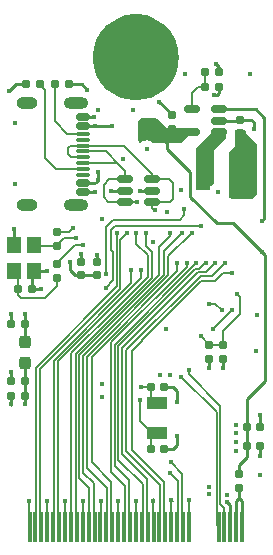
<source format=gbr>
%TF.GenerationSoftware,KiCad,Pcbnew,8.0.1*%
%TF.CreationDate,2024-04-18T13:31:19+02:00*%
%TF.ProjectId,ESP32S3_M.2_Board,45535033-3253-4335-9f4d-2e325f426f61,rev?*%
%TF.SameCoordinates,Original*%
%TF.FileFunction,Copper,L4,Bot*%
%TF.FilePolarity,Positive*%
%FSLAX46Y46*%
G04 Gerber Fmt 4.6, Leading zero omitted, Abs format (unit mm)*
G04 Created by KiCad (PCBNEW 8.0.1) date 2024-04-18 13:31:19*
%MOMM*%
%LPD*%
G01*
G04 APERTURE LIST*
G04 Aperture macros list*
%AMRoundRect*
0 Rectangle with rounded corners*
0 $1 Rounding radius*
0 $2 $3 $4 $5 $6 $7 $8 $9 X,Y pos of 4 corners*
0 Add a 4 corners polygon primitive as box body*
4,1,4,$2,$3,$4,$5,$6,$7,$8,$9,$2,$3,0*
0 Add four circle primitives for the rounded corners*
1,1,$1+$1,$2,$3*
1,1,$1+$1,$4,$5*
1,1,$1+$1,$6,$7*
1,1,$1+$1,$8,$9*
0 Add four rect primitives between the rounded corners*
20,1,$1+$1,$2,$3,$4,$5,0*
20,1,$1+$1,$4,$5,$6,$7,0*
20,1,$1+$1,$6,$7,$8,$9,0*
20,1,$1+$1,$8,$9,$2,$3,0*%
G04 Aperture macros list end*
%TA.AperFunction,EtchedComponent*%
%ADD10C,1.250000*%
%TD*%
%TA.AperFunction,EtchedComponent*%
%ADD11C,0.000000*%
%TD*%
%TA.AperFunction,ComponentPad*%
%ADD12C,5.500000*%
%TD*%
%TA.AperFunction,SMDPad,CuDef*%
%ADD13R,0.350000X2.500000*%
%TD*%
%TA.AperFunction,SMDPad,CuDef*%
%ADD14RoundRect,0.150000X0.512500X0.150000X-0.512500X0.150000X-0.512500X-0.150000X0.512500X-0.150000X0*%
%TD*%
%TA.AperFunction,SMDPad,CuDef*%
%ADD15R,1.800000X1.000000*%
%TD*%
%TA.AperFunction,SMDPad,CuDef*%
%ADD16RoundRect,0.160000X-0.197500X-0.160000X0.197500X-0.160000X0.197500X0.160000X-0.197500X0.160000X0*%
%TD*%
%TA.AperFunction,SMDPad,CuDef*%
%ADD17RoundRect,0.155000X0.212500X0.155000X-0.212500X0.155000X-0.212500X-0.155000X0.212500X-0.155000X0*%
%TD*%
%TA.AperFunction,SMDPad,CuDef*%
%ADD18RoundRect,0.155000X-0.155000X0.212500X-0.155000X-0.212500X0.155000X-0.212500X0.155000X0.212500X0*%
%TD*%
%TA.AperFunction,SMDPad,CuDef*%
%ADD19RoundRect,0.237500X-0.237500X0.287500X-0.237500X-0.287500X0.237500X-0.287500X0.237500X0.287500X0*%
%TD*%
%TA.AperFunction,SMDPad,CuDef*%
%ADD20RoundRect,0.155000X-0.212500X-0.155000X0.212500X-0.155000X0.212500X0.155000X-0.212500X0.155000X0*%
%TD*%
%TA.AperFunction,SMDPad,CuDef*%
%ADD21R,1.200000X1.400000*%
%TD*%
%TA.AperFunction,SMDPad,CuDef*%
%ADD22RoundRect,0.155000X0.155000X-0.212500X0.155000X0.212500X-0.155000X0.212500X-0.155000X-0.212500X0*%
%TD*%
%TA.AperFunction,SMDPad,CuDef*%
%ADD23RoundRect,0.160000X0.197500X0.160000X-0.197500X0.160000X-0.197500X-0.160000X0.197500X-0.160000X0*%
%TD*%
%TA.AperFunction,SMDPad,CuDef*%
%ADD24RoundRect,0.160000X-0.160000X0.197500X-0.160000X-0.197500X0.160000X-0.197500X0.160000X0.197500X0*%
%TD*%
%TA.AperFunction,SMDPad,CuDef*%
%ADD25R,1.200000X3.300000*%
%TD*%
%TA.AperFunction,SMDPad,CuDef*%
%ADD26RoundRect,0.160000X0.160000X-0.197500X0.160000X0.197500X-0.160000X0.197500X-0.160000X-0.197500X0*%
%TD*%
%TA.AperFunction,SMDPad,CuDef*%
%ADD27RoundRect,0.150000X0.425000X-0.150000X0.425000X0.150000X-0.425000X0.150000X-0.425000X-0.150000X0*%
%TD*%
%TA.AperFunction,SMDPad,CuDef*%
%ADD28RoundRect,0.075000X0.500000X-0.075000X0.500000X0.075000X-0.500000X0.075000X-0.500000X-0.075000X0*%
%TD*%
%TA.AperFunction,ComponentPad*%
%ADD29O,1.800000X1.000000*%
%TD*%
%TA.AperFunction,ComponentPad*%
%ADD30O,2.100000X1.000000*%
%TD*%
%TA.AperFunction,ViaPad*%
%ADD31C,0.450000*%
%TD*%
%TA.AperFunction,Conductor*%
%ADD32C,0.250000*%
%TD*%
%TA.AperFunction,Conductor*%
%ADD33C,0.150000*%
%TD*%
%TA.AperFunction,Conductor*%
%ADD34C,0.200000*%
%TD*%
G04 APERTURE END LIST*
D10*
%TO.C,J2*%
X231900000Y-92100000D02*
G75*
G02*
X225900000Y-92100000I-3000000J0D01*
G01*
X225900000Y-92100000D02*
G75*
G02*
X231900000Y-92100000I3000000J0D01*
G01*
D11*
%TA.AperFunction,EtchedComponent*%
G36*
X231450000Y-94650000D02*
G01*
X226350000Y-94650000D01*
X226350000Y-89550000D01*
X231450000Y-89550000D01*
X231450000Y-94650000D01*
G37*
%TD.AperFunction*%
%TD*%
D12*
%TO.P,J2,MOUNTING-HOLE,MP1*%
%TO.N,unconnected-(J2-MP1-PadMOUNTING-HOLE)*%
X228900000Y-91100000D03*
D13*
%TO.P,J2,P$2,2*%
%TO.N,Net-(J2-2)*%
X237900000Y-131850000D03*
%TO.P,J2,P$4,4*%
X237400000Y-131850000D03*
%TO.P,J2,P$6,6*%
%TO.N,Earth*%
X236900000Y-131850000D03*
%TO.P,J2,P$8,8*%
%TO.N,/SPICS1*%
X236400000Y-131850000D03*
%TO.P,J2,P$10,10*%
%TO.N,/GPIO21*%
X235900000Y-131850000D03*
%TO.P,J2,P$20,20*%
%TO.N,Earth*%
X233400000Y-131850000D03*
%TO.P,J2,P$22,22*%
%TO.N,/GPIO18*%
X232900000Y-131850000D03*
%TO.P,J2,P$24,24*%
%TO.N,/GPIO17*%
X232400000Y-131850000D03*
%TO.P,J2,P$26,26*%
%TO.N,Earth*%
X231900000Y-131850000D03*
%TO.P,J2,P$28,28*%
%TO.N,/SPICLK_N*%
X231400000Y-131850000D03*
%TO.P,J2,P$30,30*%
%TO.N,/SPICLK_P*%
X230900000Y-131850000D03*
%TO.P,J2,P$32,32*%
%TO.N,Earth*%
X230400000Y-131850000D03*
%TO.P,J2,P$34,34*%
%TO.N,/GPIO33*%
X229900000Y-131850000D03*
%TO.P,J2,P$36,36*%
%TO.N,/GPIO34*%
X229400000Y-131850000D03*
%TO.P,J2,P$38,38*%
%TO.N,Earth*%
X228900000Y-131850000D03*
%TO.P,J2,P$40,40*%
%TO.N,/GPIO35*%
X228400000Y-131850000D03*
%TO.P,J2,P$42,42*%
%TO.N,/GPIO36*%
X227900000Y-131850000D03*
%TO.P,J2,P$44,44*%
%TO.N,Earth*%
X227400000Y-131850000D03*
%TO.P,J2,P$46,46*%
%TO.N,/GPIO37*%
X226900000Y-131850000D03*
%TO.P,J2,P$48,48*%
%TO.N,/GPIO38*%
X226400000Y-131850000D03*
%TO.P,J2,P$50,50*%
%TO.N,Earth*%
X225900000Y-131850000D03*
%TO.P,J2,P$52,52*%
%TO.N,/MTCK*%
X225400000Y-131850000D03*
%TO.P,J2,P$54,54*%
%TO.N,/MTDO*%
X224900000Y-131850000D03*
%TO.P,J2,P$56,56*%
%TO.N,Earth*%
X224400000Y-131850000D03*
%TO.P,J2,P$58,58*%
%TO.N,/MTDI*%
X223900000Y-131850000D03*
%TO.P,J2,P$60,60*%
%TO.N,/MTMS*%
X223400000Y-131850000D03*
%TO.P,J2,P$62,62*%
%TO.N,Earth*%
X222900000Y-131850000D03*
%TO.P,J2,P$64,64*%
%TO.N,/U0TXD*%
X222400000Y-131850000D03*
%TO.P,J2,P$66,66*%
%TO.N,/U0RXD*%
X221900000Y-131850000D03*
%TO.P,J2,P$68,68*%
%TO.N,Earth*%
X221400000Y-131850000D03*
%TO.P,J2,P$70,70*%
%TO.N,/GPIO45*%
X220900000Y-131850000D03*
%TO.P,J2,P$72,72*%
%TO.N,/GPIO46*%
X220400000Y-131850000D03*
%TO.P,J2,P$74,74*%
%TO.N,Earth*%
X219900000Y-131850000D03*
%TD*%
D14*
%TO.P,U1,1,EN*%
%TO.N,Net-(U1-EN)*%
X235937500Y-96487500D03*
%TO.P,U1,2,GND*%
%TO.N,Earth*%
X235937500Y-97437500D03*
%TO.P,U1,3,SW*%
%TO.N,Net-(U1-SW)*%
X235937500Y-98387500D03*
%TO.P,U1,4,VIN*%
%TO.N,VBUS*%
X233662500Y-98387500D03*
%TO.P,U1,5,FB*%
%TO.N,Net-(U1-FB)*%
X233662500Y-96487500D03*
%TD*%
D15*
%TO.P,Y2,1,1*%
%TO.N,/OSC32_IN*%
X230665000Y-123860000D03*
%TO.P,Y2,2,2*%
%TO.N,/OSC32_OUT*%
X230665000Y-121360000D03*
%TD*%
D16*
%TO.P,R6,1*%
%TO.N,Net-(U1-FB)*%
X234752500Y-94600000D03*
%TO.P,R6,2*%
%TO.N,Earth*%
X235947500Y-94600000D03*
%TD*%
D17*
%TO.P,C2,1*%
%TO.N,+3V3*%
X219500000Y-119475000D03*
%TO.P,C2,2*%
%TO.N,Earth*%
X218365000Y-119475000D03*
%TD*%
D18*
%TO.P,C22,1*%
%TO.N,VDD_SPI*%
X236275000Y-116457500D03*
%TO.P,C22,2*%
%TO.N,Earth*%
X236275000Y-117592500D03*
%TD*%
D19*
%TO.P,L1,1,1*%
%TO.N,+3V3_RF*%
X219500000Y-116200000D03*
%TO.P,L1,2,2*%
%TO.N,+3V3*%
X219500000Y-117950000D03*
%TD*%
D18*
%TO.P,C12,1*%
%TO.N,+3V3*%
X225600000Y-109415000D03*
%TO.P,C12,2*%
%TO.N,Earth*%
X225600000Y-110550000D03*
%TD*%
D20*
%TO.P,C20,1*%
%TO.N,VBUS*%
X238290000Y-123375000D03*
%TO.P,C20,2*%
%TO.N,Earth*%
X239425000Y-123375000D03*
%TD*%
D21*
%TO.P,Y1,1,1*%
%TO.N,Net-(C6-Pad1)*%
X218600000Y-110150000D03*
%TO.P,Y1,2,2*%
%TO.N,Earth*%
X218600000Y-107950000D03*
%TO.P,Y1,3,3*%
%TO.N,/OSC_OUT*%
X220300000Y-107950000D03*
%TO.P,Y1,4,4*%
%TO.N,Earth*%
X220300000Y-110150000D03*
%TD*%
D22*
%TO.P,C5,1*%
%TO.N,+3V3*%
X237750000Y-98492500D03*
%TO.P,C5,2*%
%TO.N,Earth*%
X237750000Y-97357500D03*
%TD*%
%TO.P,C7,1*%
%TO.N,/OSC_OUT*%
X222250000Y-108017500D03*
%TO.P,C7,2*%
%TO.N,Earth*%
X222250000Y-106882500D03*
%TD*%
%TO.P,C4,1*%
%TO.N,VBUS*%
X231950000Y-98117500D03*
%TO.P,C4,2*%
%TO.N,Earth*%
X231950000Y-96982500D03*
%TD*%
D23*
%TO.P,R8,1*%
%TO.N,/USB_CC1*%
X220772500Y-94375000D03*
%TO.P,R8,2*%
%TO.N,Earth*%
X219577500Y-94375000D03*
%TD*%
%TO.P,R4,1*%
%TO.N,+3V3*%
X235947500Y-93350000D03*
%TO.P,R4,2*%
%TO.N,Net-(U1-FB)*%
X234752500Y-93350000D03*
%TD*%
D14*
%TO.P,U2,1,I/O1*%
%TO.N,/USB_D+*%
X230284195Y-102418514D03*
%TO.P,U2,2,GND*%
%TO.N,Earth*%
X230284195Y-103368514D03*
%TO.P,U2,3,I/O2*%
%TO.N,/USB_D+*%
X230284195Y-104318514D03*
%TO.P,U2,4,I/O2*%
%TO.N,/USB_D-*%
X228009195Y-104318514D03*
%TO.P,U2,5,VBUS*%
%TO.N,VBUS*%
X228009195Y-103368514D03*
%TO.P,U2,6,I/O1*%
%TO.N,/USB_D-*%
X228009195Y-102418514D03*
%TD*%
D20*
%TO.P,C19,1*%
%TO.N,VBUS*%
X238282500Y-124975000D03*
%TO.P,C19,2*%
%TO.N,Earth*%
X239417500Y-124975000D03*
%TD*%
D17*
%TO.P,C3,1*%
%TO.N,+3V3*%
X219500000Y-120750000D03*
%TO.P,C3,2*%
%TO.N,Earth*%
X218365000Y-120750000D03*
%TD*%
D24*
%TO.P,R5,1*%
%TO.N,/OSC_IN*%
X222243071Y-109583871D03*
%TO.P,R5,2*%
%TO.N,Net-(C6-Pad1)*%
X222243071Y-110778871D03*
%TD*%
D16*
%TO.P,R7,1*%
%TO.N,/USB_CC2*%
X222027500Y-94375000D03*
%TO.P,R7,2*%
%TO.N,Earth*%
X223222500Y-94375000D03*
%TD*%
D17*
%TO.P,C1,1*%
%TO.N,+3V3_RF*%
X219492500Y-114700000D03*
%TO.P,C1,2*%
%TO.N,Earth*%
X218357500Y-114700000D03*
%TD*%
D20*
%TO.P,C6,1*%
%TO.N,Net-(C6-Pad1)*%
X218953210Y-111701651D03*
%TO.P,C6,2*%
%TO.N,Earth*%
X220088210Y-111701651D03*
%TD*%
D25*
%TO.P,L2,1,1*%
%TO.N,Net-(U1-SW)*%
X234600000Y-101737500D03*
%TO.P,L2,2,2*%
%TO.N,+3V3*%
X237700000Y-101737500D03*
%TD*%
D20*
%TO.P,C8,1*%
%TO.N,/OSC32_IN*%
X230152500Y-125257500D03*
%TO.P,C8,2*%
%TO.N,Earth*%
X231287500Y-125257500D03*
%TD*%
D26*
%TO.P,R11,1*%
%TO.N,Net-(J2-2)*%
X237650000Y-128572500D03*
%TO.P,R11,2*%
%TO.N,VBUS*%
X237650000Y-127377500D03*
%TD*%
D27*
%TO.P,J1,A1,GND*%
%TO.N,Earth*%
X224440000Y-103500000D03*
%TO.P,J1,A4,VBUS*%
%TO.N,VBUS*%
X224440000Y-102700000D03*
D28*
%TO.P,J1,A5,CC1*%
%TO.N,/USB_CC1*%
X224440000Y-101550000D03*
%TO.P,J1,A6,D+*%
%TO.N,/USB_D+*%
X224440000Y-100550000D03*
%TO.P,J1,A7,D-*%
%TO.N,/USB_D-*%
X224440000Y-100050000D03*
%TO.P,J1,A8,SBU1*%
%TO.N,unconnected-(J1-SBU1-PadA8)*%
X224440000Y-99050000D03*
D27*
%TO.P,J1,A9,VBUS*%
%TO.N,VBUS*%
X224440000Y-97900000D03*
%TO.P,J1,A12,GND*%
%TO.N,Earth*%
X224440000Y-97100000D03*
%TO.P,J1,B1,GND*%
X224440000Y-97100000D03*
%TO.P,J1,B4,VBUS*%
%TO.N,VBUS*%
X224440000Y-97900000D03*
D28*
%TO.P,J1,B5,CC2*%
%TO.N,/USB_CC2*%
X224440000Y-98550000D03*
%TO.P,J1,B6,D+*%
%TO.N,/USB_D+*%
X224440000Y-99550000D03*
%TO.P,J1,B7,D-*%
%TO.N,/USB_D-*%
X224440000Y-101050000D03*
%TO.P,J1,B8,SBU2*%
%TO.N,unconnected-(J1-SBU2-PadB8)*%
X224440000Y-102050000D03*
D27*
%TO.P,J1,B9,VBUS*%
%TO.N,VBUS*%
X224440000Y-102700000D03*
%TO.P,J1,B12,GND*%
%TO.N,Earth*%
X224440000Y-103500000D03*
D29*
%TO.P,J1,S1,SHIELD*%
X219685000Y-104620000D03*
D30*
X223865000Y-104620000D03*
D29*
X219685000Y-95980000D03*
D30*
X223865000Y-95980000D03*
%TD*%
D18*
%TO.P,C13,1*%
%TO.N,+3V3*%
X224225000Y-109415000D03*
%TO.P,C13,2*%
%TO.N,Earth*%
X224225000Y-110550000D03*
%TD*%
%TO.P,C21,1*%
%TO.N,VDD_SPI*%
X235125000Y-116457500D03*
%TO.P,C21,2*%
%TO.N,Earth*%
X235125000Y-117592500D03*
%TD*%
D20*
%TO.P,C9,1*%
%TO.N,/OSC32_OUT*%
X230152500Y-119982500D03*
%TO.P,C9,2*%
%TO.N,Earth*%
X231287500Y-119982500D03*
%TD*%
D31*
%TO.N,VBUS*%
X230325000Y-98850000D03*
X230325000Y-97595997D03*
X225700000Y-101750000D03*
X225700000Y-102475000D03*
X230900000Y-98529003D03*
X226825000Y-103375000D03*
X239575000Y-108575000D03*
X226875000Y-97900000D03*
X230900000Y-97925000D03*
X230325000Y-98200000D03*
X229725000Y-98500000D03*
X225425000Y-97900000D03*
X229725000Y-97925000D03*
%TO.N,Earth*%
X222880000Y-129650000D03*
X235525000Y-95275000D03*
X239150000Y-113900000D03*
X218700000Y-97650000D03*
X224390000Y-129635000D03*
X232425000Y-124125000D03*
X230875000Y-95825000D03*
X218548439Y-106630888D03*
X218365000Y-121475000D03*
X231500000Y-105175000D03*
X238575000Y-93500000D03*
X218365000Y-118690000D03*
X225375000Y-97100000D03*
X227850000Y-100700000D03*
X236275000Y-118400000D03*
X232750000Y-103275000D03*
X239425000Y-122400000D03*
X218700000Y-102825000D03*
X233390000Y-129582500D03*
X219880000Y-129677500D03*
X236650000Y-129725000D03*
X225915000Y-129632500D03*
X239425000Y-125800000D03*
X231450000Y-115075000D03*
X228880000Y-129625000D03*
X220899569Y-111701651D03*
X218350000Y-113825000D03*
X223575000Y-106550000D03*
X238900000Y-98175000D03*
X235100000Y-129050000D03*
X229225000Y-103375000D03*
X224775000Y-94825000D03*
X233025000Y-93525000D03*
X218175000Y-94975000D03*
X226000000Y-120850000D03*
X231880000Y-129597500D03*
X221400000Y-110150000D03*
X235125000Y-118400000D03*
X225700000Y-96550000D03*
X236650000Y-129120997D03*
X239075000Y-116950000D03*
X232400000Y-121225000D03*
X221390000Y-129677500D03*
X230390000Y-129625000D03*
X239425000Y-127425000D03*
X223300000Y-109375000D03*
X225450000Y-103525000D03*
X227390000Y-129625000D03*
X235100000Y-128445997D03*
%TO.N,+3V3*%
X238875000Y-103150000D03*
X226000000Y-105750000D03*
X225600000Y-108800000D03*
X224225000Y-108750000D03*
X237375000Y-123200000D03*
X238650000Y-103725000D03*
X235825000Y-103450000D03*
X238750000Y-100425000D03*
X226025000Y-119700000D03*
X237375000Y-123925000D03*
X235700000Y-92675000D03*
X237375000Y-125375000D03*
X238750000Y-99775000D03*
X219500000Y-121475000D03*
X228625000Y-96550000D03*
X230340000Y-107735000D03*
X237375000Y-124650000D03*
X238275000Y-99350000D03*
%TO.N,/OSC_IN*%
X224425000Y-107975000D03*
%TO.N,/OSC_OUT*%
X223825000Y-107350000D03*
%TO.N,/OSC32_IN*%
X229225000Y-121125000D03*
%TO.N,/OSC32_OUT*%
X229365000Y-119960000D03*
%TO.N,VDD_SPI*%
X237465000Y-112110000D03*
X234375000Y-115650000D03*
%TO.N,/USB_D+*%
X230525000Y-105050000D03*
X231825000Y-119012800D03*
%TO.N,/USB_D-*%
X229025000Y-104300000D03*
X230987200Y-119012800D03*
%TO.N,/FLASH_QSPI_nH*%
X237077500Y-113447500D03*
X235440000Y-115085000D03*
%TO.N,/FLASH_QSPI_DO*%
X235065000Y-112935000D03*
X236165000Y-113510000D03*
%TO.N,+3V3_RF*%
X219500000Y-113825000D03*
%TO.N,/CHIP_PU*%
X233000000Y-104925000D03*
X226375000Y-110450000D03*
%TO.N,/CHIP_BOOT*%
X226350000Y-111575000D03*
X234400000Y-106400000D03*
%TO.N,/GPIO33*%
X235640000Y-109460000D03*
%TO.N,/GPIO18*%
X231840000Y-126385000D03*
%TO.N,/GPIO35*%
X234015000Y-109460000D03*
%TO.N,/GPIO21*%
X232737500Y-119112500D03*
%TO.N,/SPICLK_P*%
X236465000Y-109460000D03*
%TO.N,/MTCK*%
X232825000Y-106950000D03*
%TO.N,/GPIO37*%
X232390000Y-109460000D03*
%TO.N,/GPIO17*%
X231827500Y-127297500D03*
%TO.N,/MTDO*%
X231800000Y-106950000D03*
%TO.N,/GPIO34*%
X234815000Y-109460000D03*
%TO.N,/U0RXD*%
X228515000Y-110060000D03*
%TO.N,/U0TXD*%
X229340000Y-110060000D03*
%TO.N,/SPICS1*%
X233375000Y-118550000D03*
%TO.N,/MTDI*%
X229740000Y-106960000D03*
%TO.N,/GPIO36*%
X233215000Y-109460000D03*
%TO.N,/GPIO46*%
X229825000Y-99850000D03*
X227315000Y-106960000D03*
%TO.N,/SPICLK_N*%
X237015000Y-110310000D03*
%TO.N,/MTMS*%
X228940000Y-106960000D03*
%TO.N,/GPIO38*%
X233625000Y-106950000D03*
%TO.N,/GPIO45*%
X228140000Y-106960000D03*
%TO.N,Net-(U1-EN)*%
X239575000Y-105900000D03*
%TD*%
D32*
%TO.N,VBUS*%
X237650000Y-126575000D02*
X237650000Y-127402500D01*
X238290000Y-123375000D02*
X238290000Y-124967500D01*
X226875000Y-97900000D02*
X225425000Y-97900000D01*
X238290000Y-123375000D02*
X238290000Y-121035000D01*
X238290000Y-121035000D02*
X239850000Y-119475000D01*
X239850000Y-108850000D02*
X237150000Y-106150000D01*
X225700000Y-102475000D02*
X225700000Y-101750000D01*
X224440000Y-97900000D02*
X225523455Y-97900000D01*
X233525000Y-101800000D02*
X231550000Y-99825000D01*
X225700000Y-102475000D02*
X225500000Y-102675000D01*
X239850000Y-119475000D02*
X239850000Y-108850000D01*
X231950000Y-98117500D02*
X232132500Y-98300000D01*
X238282500Y-125942500D02*
X237650000Y-126575000D01*
X225523455Y-97900000D02*
X225541872Y-97881583D01*
X233575000Y-98300000D02*
X233662500Y-98387500D01*
X235775000Y-106150000D02*
X233525000Y-103900000D01*
X225475000Y-102700000D02*
X224440000Y-102700000D01*
X238282500Y-124975000D02*
X238282500Y-125942500D01*
X238290000Y-124967500D02*
X238282500Y-124975000D01*
X228002709Y-103375000D02*
X226825000Y-103375000D01*
X231550000Y-99825000D02*
X231550000Y-99125000D01*
X238290000Y-123375000D02*
X238290000Y-124505000D01*
X237150000Y-106150000D02*
X235775000Y-106150000D01*
X228009195Y-103368514D02*
X228002709Y-103375000D01*
X233525000Y-103900000D02*
X233525000Y-101800000D01*
D33*
%TO.N,Earth*%
X230390000Y-129550000D02*
X230390000Y-131735000D01*
X230390000Y-129500000D02*
X230405000Y-129515000D01*
X231880000Y-129510000D02*
X231880000Y-131695000D01*
X224390000Y-129635000D02*
X224452500Y-129635000D01*
X233390000Y-129610000D02*
X233515000Y-129610000D01*
D32*
X235800000Y-95275000D02*
X235947500Y-95127500D01*
D33*
X227390000Y-129625000D02*
X227390000Y-131810000D01*
X231880000Y-129625000D02*
X232005000Y-129625000D01*
X220104073Y-111685787D02*
X220088210Y-111701651D01*
D32*
X232425000Y-124125000D02*
X232425000Y-124900000D01*
X230284195Y-103368514D02*
X229231486Y-103368514D01*
X224440000Y-103500000D02*
X225425000Y-103500000D01*
D33*
X222880000Y-129677500D02*
X223005000Y-129677500D01*
D32*
X232425000Y-124900000D02*
X232067500Y-125257500D01*
X219577500Y-94375000D02*
X218775000Y-94375000D01*
D33*
X222880000Y-129650000D02*
X222942500Y-129650000D01*
D32*
X223300000Y-110125000D02*
X223725000Y-110550000D01*
X230284195Y-103368514D02*
X230293514Y-103368514D01*
X232067500Y-125257500D02*
X231287500Y-125257500D01*
X225600000Y-110550000D02*
X224225000Y-110550000D01*
X231950000Y-96900000D02*
X231950000Y-96982500D01*
X239417500Y-125792500D02*
X239425000Y-125800000D01*
X239425000Y-123375000D02*
X239425000Y-122400000D01*
X229231486Y-103368514D02*
X229225000Y-103375000D01*
X230875000Y-95825000D02*
X231950000Y-96900000D01*
X235947500Y-95127500D02*
X235947500Y-94600000D01*
D33*
X221390000Y-129552500D02*
X221405000Y-129567500D01*
D32*
X223222500Y-94375000D02*
X224325000Y-94375000D01*
D33*
X225915000Y-129660000D02*
X226040000Y-129660000D01*
D32*
X218357500Y-114700000D02*
X218357500Y-113907500D01*
X218548439Y-107827513D02*
X218548439Y-106630888D01*
X238900000Y-97600000D02*
X238900000Y-98175000D01*
X235125000Y-117592500D02*
X235025000Y-117692500D01*
D33*
X219880000Y-129637500D02*
X219880000Y-131822500D01*
X233390000Y-129495000D02*
X233390000Y-131680000D01*
X224390000Y-129662500D02*
X224515000Y-129662500D01*
D32*
X239417500Y-124975000D02*
X239417500Y-125792500D01*
X218365000Y-121550000D02*
X218365000Y-120785000D01*
X218365000Y-118690000D02*
X218365000Y-119475000D01*
D33*
X223575000Y-106550000D02*
X223242500Y-106882500D01*
X223242500Y-106882500D02*
X222250000Y-106882500D01*
D32*
X236275000Y-117592500D02*
X236175000Y-117692500D01*
X237670000Y-97437500D02*
X237750000Y-97357500D01*
X220104073Y-110345926D02*
X220104073Y-111685787D01*
D33*
X228880000Y-129585000D02*
X228880000Y-131770000D01*
D32*
X224440000Y-97100000D02*
X225375000Y-97100000D01*
D33*
X224390000Y-129547500D02*
X224390000Y-131732500D01*
D32*
X218775000Y-94375000D02*
X218175000Y-94975000D01*
X236275000Y-118400000D02*
X236275000Y-117592500D01*
X235525000Y-95275000D02*
X235800000Y-95275000D01*
X235937500Y-97437500D02*
X237670000Y-97437500D01*
X224325000Y-94375000D02*
X224775000Y-94825000D01*
X223725000Y-110550000D02*
X224225000Y-110550000D01*
D33*
X233390000Y-129582500D02*
X233452500Y-129582500D01*
X231880000Y-129597500D02*
X231942500Y-129597500D01*
X221390000Y-129602500D02*
X221390000Y-131787500D01*
D32*
X231287500Y-119982500D02*
X232082500Y-119982500D01*
D33*
X222880000Y-129562500D02*
X222880000Y-131747500D01*
D32*
X238657500Y-97357500D02*
X238900000Y-97600000D01*
X236900000Y-131850000D02*
X236900000Y-129975000D01*
X220088210Y-111701651D02*
X220899569Y-111701651D01*
D33*
X225915000Y-129632500D02*
X225977500Y-129632500D01*
X225915000Y-129545000D02*
X225915000Y-131730000D01*
D32*
X237750000Y-97357500D02*
X238657500Y-97357500D01*
X232082500Y-119982500D02*
X232400000Y-120300000D01*
X218357500Y-113907500D02*
X218350000Y-113900000D01*
X236900000Y-129975000D02*
X236650000Y-129725000D01*
D33*
X220299999Y-110150000D02*
X220104073Y-110345926D01*
D32*
X223300000Y-109375000D02*
X223300000Y-110125000D01*
X232400000Y-120300000D02*
X232400000Y-121225000D01*
X225425000Y-103500000D02*
X225450000Y-103525000D01*
X235125000Y-117692500D02*
X235125000Y-118400000D01*
X221400000Y-110150000D02*
X220299999Y-110150000D01*
%TO.N,+3V3*%
X219500000Y-119462500D02*
X219500000Y-120737500D01*
X219500000Y-120750000D02*
X219500000Y-121475000D01*
X219500000Y-117937500D02*
X219500000Y-119462500D01*
X225600000Y-109415000D02*
X225600000Y-108800000D01*
X224225000Y-108750000D02*
X224225000Y-109415000D01*
X235700000Y-92675000D02*
X235947500Y-92922500D01*
X235947500Y-92922500D02*
X235947500Y-93350000D01*
D33*
%TO.N,/OSC_IN*%
X222243071Y-109583872D02*
X222243071Y-109531929D01*
X222243071Y-109531929D02*
X223775000Y-108000000D01*
X223775000Y-108000000D02*
X223775000Y-107975000D01*
X224425000Y-107975000D02*
X223775000Y-107975000D01*
%TO.N,/OSC_OUT*%
X220392372Y-108042373D02*
X222225127Y-108042373D01*
X223825000Y-107350000D02*
X222850000Y-107350000D01*
X220299999Y-107950000D02*
X220392372Y-108042373D01*
X222225127Y-108042373D02*
X222250000Y-108017500D01*
X222250000Y-107950000D02*
X222250000Y-108017500D01*
X222850000Y-107350000D02*
X222250000Y-107950000D01*
%TO.N,/OSC32_IN*%
X230112500Y-125257500D02*
X230152500Y-125257500D01*
X229225000Y-121125000D02*
X229225000Y-122850000D01*
X230152500Y-124372500D02*
X230665000Y-123860000D01*
X230235000Y-123860000D02*
X230665000Y-123860000D01*
X230152500Y-125257500D02*
X230152500Y-124372500D01*
X229225000Y-122850000D02*
X230235000Y-123860000D01*
%TO.N,/OSC32_OUT*%
X230152500Y-119982500D02*
X230152500Y-120847500D01*
X230130000Y-119960000D02*
X230152500Y-119982500D01*
X229365000Y-119960000D02*
X230130000Y-119960000D01*
%TO.N,VDD_SPI*%
X235125000Y-116400000D02*
X235125000Y-116457500D01*
X236275000Y-115250000D02*
X237725000Y-113800000D01*
X237725000Y-113800000D02*
X237725000Y-112375000D01*
X236275000Y-116457500D02*
X235125000Y-116457500D01*
X236275000Y-116457500D02*
X236275000Y-115250000D01*
X237465000Y-112115000D02*
X237465000Y-112110000D01*
X234375000Y-115650000D02*
X235125000Y-116400000D01*
X237725000Y-112375000D02*
X237465000Y-112115000D01*
D34*
%TO.N,/USB_D+*%
X224440000Y-99550000D02*
X223350000Y-99550000D01*
X223125000Y-99775000D02*
X223125000Y-100275000D01*
X230284195Y-104809195D02*
X230284195Y-104318514D01*
X223125000Y-100275000D02*
X223400000Y-100550000D01*
X230284195Y-102418514D02*
X231746695Y-102418514D01*
X231746695Y-102418514D02*
X232046695Y-102718514D01*
X230284195Y-101959195D02*
X230284195Y-102418514D01*
X230289195Y-104323514D02*
X230284195Y-104318514D01*
X230525000Y-105050000D02*
X230284195Y-104809195D01*
X223400000Y-100550000D02*
X224440000Y-100550000D01*
X232046695Y-104043514D02*
X231766695Y-104323514D01*
X231766695Y-104323514D02*
X230289195Y-104323514D01*
X232046695Y-102718514D02*
X232046695Y-104043514D01*
X223350000Y-99550000D02*
X223125000Y-99775000D01*
X227875000Y-99550000D02*
X230284195Y-101959195D01*
X224440000Y-99550000D02*
X227875000Y-99550000D01*
D33*
%TO.N,/USB_CC1*%
X221225000Y-94825000D02*
X221225000Y-100625000D01*
X221225000Y-100625000D02*
X222150000Y-101550000D01*
X220775000Y-94375000D02*
X221225000Y-94825000D01*
X220772500Y-94375000D02*
X220775000Y-94375000D01*
X222150000Y-101550000D02*
X224440000Y-101550000D01*
%TO.N,/USB_CC2*%
X222027500Y-97502500D02*
X222027500Y-94375000D01*
X224440000Y-98550000D02*
X223075000Y-98550000D01*
X223075000Y-98550000D02*
X222027500Y-97502500D01*
D34*
%TO.N,/USB_D-*%
X226350000Y-100050000D02*
X227512500Y-101212500D01*
X229006486Y-104318514D02*
X228009195Y-104318514D01*
X226191695Y-102873514D02*
X226191695Y-103938514D01*
X227350000Y-101050000D02*
X227512500Y-101212500D01*
X227512500Y-101212500D02*
X228009195Y-101709195D01*
X228009195Y-102418514D02*
X226646695Y-102418514D01*
X226191695Y-103938514D02*
X226571695Y-104318514D01*
X224440000Y-101050000D02*
X227350000Y-101050000D01*
X226571695Y-104318514D02*
X228009195Y-104318514D01*
X229025000Y-104300000D02*
X229006486Y-104318514D01*
X226646695Y-102418514D02*
X226191695Y-102873514D01*
X224440000Y-100050000D02*
X226350000Y-100050000D01*
X228009195Y-101709195D02*
X228009195Y-102418514D01*
D33*
%TO.N,/FLASH_QSPI_nH*%
X235440000Y-115085000D02*
X237077500Y-113447500D01*
%TO.N,/FLASH_QSPI_DO*%
X235590000Y-112935000D02*
X236165000Y-113510000D01*
X235065000Y-112935000D02*
X235590000Y-112935000D01*
D32*
%TO.N,+3V3_RF*%
X219500000Y-113825000D02*
X219500000Y-116200000D01*
D33*
%TO.N,/CHIP_PU*%
X226375000Y-106475000D02*
X226375000Y-110450000D01*
X233000000Y-105475000D02*
X232625000Y-105850000D01*
X232625000Y-105850000D02*
X227000000Y-105850000D01*
X233000000Y-104850000D02*
X233000000Y-105475000D01*
X227000000Y-105850000D02*
X226375000Y-106475000D01*
%TO.N,/CHIP_BOOT*%
X226760000Y-106730111D02*
X226760000Y-108385000D01*
X226975000Y-108600000D02*
X226975000Y-110950000D01*
X226975000Y-110950000D02*
X226350000Y-111575000D01*
X234400000Y-106400000D02*
X233859889Y-106400000D01*
X233859889Y-106400000D02*
X233854889Y-106395000D01*
X233854889Y-106395000D02*
X227095111Y-106395000D01*
X226760000Y-108385000D02*
X226975000Y-108600000D01*
X227095111Y-106395000D02*
X226760000Y-106730111D01*
%TO.N,Net-(C6-Pad1)*%
X219202512Y-112444113D02*
X218953211Y-112194811D01*
X218953211Y-112194811D02*
X218953211Y-111701651D01*
X222243071Y-111418808D02*
X221217767Y-112444113D01*
X218901992Y-111650432D02*
X218953211Y-111701651D01*
X222243071Y-110778871D02*
X222243071Y-111418808D01*
X221217767Y-112444113D02*
X219202512Y-112444113D01*
X218953211Y-110503211D02*
X218953211Y-111701651D01*
X218600000Y-110150000D02*
X218953211Y-110503211D01*
%TO.N,/GPIO33*%
X235640000Y-109560000D02*
X235640000Y-109460000D01*
X235640000Y-109460000D02*
X235640000Y-109485000D01*
X229815000Y-127815000D02*
X229815000Y-131775000D01*
X229815000Y-131775000D02*
X229885000Y-131845000D01*
X227700000Y-125700000D02*
X229815000Y-127815000D01*
X234133000Y-110292000D02*
X227700000Y-116725000D01*
X227700000Y-116725000D02*
X227700000Y-125700000D01*
X234833000Y-110292000D02*
X234133000Y-110292000D01*
X235640000Y-109485000D02*
X234833000Y-110292000D01*
%TO.N,/GPIO18*%
X232900000Y-131860000D02*
X232815000Y-131775000D01*
X232815000Y-131775000D02*
X232815000Y-127360000D01*
X232815000Y-127360000D02*
X231840000Y-126385000D01*
%TO.N,/GPIO35*%
X228315000Y-131775000D02*
X228375000Y-131835000D01*
X227100000Y-116400000D02*
X227100000Y-126650000D01*
X227100000Y-126650000D02*
X228315000Y-127865000D01*
X234015000Y-109485000D02*
X227100000Y-116400000D01*
X228315000Y-127865000D02*
X228315000Y-131775000D01*
%TO.N,/GPIO21*%
X235768000Y-131718000D02*
X235900000Y-131850000D01*
X232737500Y-119112500D02*
X235768000Y-122143000D01*
X235768000Y-122143000D02*
X235768000Y-131718000D01*
%TO.N,/SPICLK_P*%
X236465000Y-109460000D02*
X235356000Y-110569000D01*
X230965000Y-128315000D02*
X230965000Y-131775000D01*
X234381000Y-110569000D02*
X228100000Y-116850000D01*
X228100000Y-125450000D02*
X230965000Y-128315000D01*
X235356000Y-110569000D02*
X234381000Y-110569000D01*
X228100000Y-116850000D02*
X228100000Y-125450000D01*
X230965000Y-131775000D02*
X230890000Y-131850000D01*
%TO.N,/MTCK*%
X224450000Y-127275000D02*
X225323000Y-128148000D01*
X225323000Y-131758000D02*
X225375000Y-131810000D01*
X232825000Y-106950000D02*
X231265000Y-108510000D01*
X231265000Y-110543476D02*
X224450000Y-117358476D01*
X231265000Y-108510000D02*
X231265000Y-110543476D01*
X224450000Y-117358476D02*
X224450000Y-127275000D01*
X225323000Y-128148000D02*
X225323000Y-131758000D01*
%TO.N,/GPIO37*%
X232390000Y-110201952D02*
X225150000Y-117441952D01*
X226806989Y-131741989D02*
X226885000Y-131820000D01*
X225150000Y-126375000D02*
X226806989Y-128031989D01*
X232390000Y-109460000D02*
X232390000Y-110201952D01*
X225150000Y-117441952D02*
X225150000Y-126375000D01*
X226806989Y-128031989D02*
X226806989Y-131741989D01*
%TO.N,/GPIO17*%
X232465000Y-131795000D02*
X232400000Y-131860000D01*
X232465000Y-127935000D02*
X232465000Y-131795000D01*
X231827500Y-127297500D02*
X232465000Y-127935000D01*
%TO.N,/MTDO*%
X224100000Y-127675000D02*
X224945000Y-128520000D01*
X224945000Y-128520000D02*
X224945000Y-131740000D01*
X231800000Y-106950000D02*
X231800000Y-107200000D01*
X230895000Y-110521738D02*
X224100000Y-117316738D01*
X230895000Y-108105000D02*
X230895000Y-110521738D01*
X224100000Y-117316738D02*
X224100000Y-127675000D01*
X231800000Y-107200000D02*
X230895000Y-108105000D01*
X224945000Y-131740000D02*
X224875000Y-131810000D01*
%TO.N,/GPIO34*%
X233935000Y-110015000D02*
X234277444Y-110015000D01*
X227400000Y-116550000D02*
X233935000Y-110015000D01*
X229465000Y-128215000D02*
X227400000Y-126150000D01*
X229465000Y-131765000D02*
X229465000Y-128215000D01*
X227400000Y-126150000D02*
X227400000Y-116550000D01*
X234277444Y-110015000D02*
X234757444Y-109535000D01*
X234757444Y-109535000D02*
X234815000Y-109535000D01*
X229385000Y-131845000D02*
X229465000Y-131765000D01*
%TO.N,/U0RXD*%
X228515000Y-111210000D02*
X228515000Y-110060000D01*
X221965000Y-117760000D02*
X228515000Y-111210000D01*
X221965000Y-131720000D02*
X221965000Y-117760000D01*
X221875000Y-131810000D02*
X221965000Y-131720000D01*
%TO.N,/U0TXD*%
X222315000Y-117810000D02*
X222315000Y-131750000D01*
X229340000Y-110060000D02*
X229340000Y-110785000D01*
X229340000Y-110785000D02*
X222315000Y-117810000D01*
X222315000Y-131750000D02*
X222375000Y-131810000D01*
%TO.N,/SPICS1*%
X236400000Y-130275000D02*
X236400000Y-131850000D01*
X233375000Y-118550000D02*
X233375000Y-118900000D01*
X236045000Y-129920000D02*
X236400000Y-130275000D01*
X236045000Y-121570000D02*
X236045000Y-129920000D01*
X233375000Y-118900000D02*
X236045000Y-121570000D01*
%TO.N,/MTDI*%
X229785000Y-107005000D02*
X229740000Y-106960000D01*
X223815000Y-117210000D02*
X230290000Y-110735000D01*
X223885000Y-131820000D02*
X223815000Y-131750000D01*
X229785000Y-108030000D02*
X229785000Y-107005000D01*
X230290000Y-110735000D02*
X230290000Y-108535000D01*
X230290000Y-108535000D02*
X229785000Y-108030000D01*
X223815000Y-131750000D02*
X223815000Y-117210000D01*
%TO.N,/GPIO36*%
X227965000Y-128340000D02*
X226800000Y-127175000D01*
X226800000Y-116225000D02*
X233215000Y-109810000D01*
X226800000Y-127175000D02*
X226800000Y-116225000D01*
X227965000Y-131745000D02*
X227965000Y-128340000D01*
X227875000Y-131835000D02*
X227965000Y-131745000D01*
X233215000Y-109810000D02*
X233215000Y-109485000D01*
%TO.N,/GPIO46*%
X227315000Y-111476310D02*
X227315000Y-106960000D01*
X220400000Y-131810000D02*
X220440000Y-131770000D01*
X220440000Y-118351311D02*
X227315000Y-111476310D01*
X220440000Y-131770000D02*
X220440000Y-118351311D01*
%TO.N,/SPICLK_N*%
X228575000Y-125325000D02*
X228575000Y-116925000D01*
X236315000Y-110310000D02*
X237015000Y-110310000D01*
X231315000Y-131775000D02*
X231315000Y-128065000D01*
X229400000Y-116050000D02*
X234450000Y-111000000D01*
X231315000Y-128065000D02*
X228575000Y-125325000D01*
X235625000Y-111000000D02*
X236315000Y-110310000D01*
X234450000Y-111000000D02*
X235625000Y-111000000D01*
X229400000Y-116100000D02*
X229400000Y-116050000D01*
X231390000Y-131850000D02*
X231315000Y-131775000D01*
X228575000Y-116925000D02*
X229400000Y-116100000D01*
%TO.N,/MTMS*%
X229895000Y-108815000D02*
X229895000Y-110705000D01*
X229895000Y-110705000D02*
X227211999Y-113387999D01*
X223440000Y-131765000D02*
X223385000Y-131820000D01*
X227211999Y-113387999D02*
X227203952Y-113387999D01*
X223440000Y-117151952D02*
X223440000Y-131765000D01*
X227203952Y-113387999D02*
X223440000Y-117151952D01*
X228940000Y-106960000D02*
X228940000Y-107860000D01*
X228940000Y-107860000D02*
X229895000Y-108815000D01*
%TO.N,/GPIO38*%
X233625000Y-106950000D02*
X231665000Y-108910000D01*
X224775000Y-117425214D02*
X224775000Y-126825000D01*
X226470000Y-128520000D02*
X226470000Y-131735000D01*
X226470000Y-131735000D02*
X226385000Y-131820000D01*
X231665000Y-110535214D02*
X224775000Y-117425214D01*
X231665000Y-108910000D02*
X231665000Y-110535214D01*
X224775000Y-126825000D02*
X226470000Y-128520000D01*
%TO.N,/GPIO45*%
X228140000Y-106960000D02*
X227592000Y-107508000D01*
X220815000Y-118435000D02*
X220815000Y-131725000D01*
X227592000Y-107508000D02*
X227592000Y-111658000D01*
X227592000Y-111658000D02*
X220815000Y-118435000D01*
X220815000Y-131725000D02*
X220900000Y-131810000D01*
%TO.N,Net-(U1-FB)*%
X234752500Y-93350000D02*
X234752500Y-94600000D01*
X234175000Y-94600000D02*
X233662500Y-95112500D01*
X233662500Y-95112500D02*
X233662500Y-96487500D01*
X234752500Y-94600000D02*
X234175000Y-94600000D01*
D32*
%TO.N,Net-(U1-EN)*%
X239775000Y-105700000D02*
X239575000Y-105900000D01*
X239062500Y-96487500D02*
X239775000Y-97200000D01*
X239775000Y-97200000D02*
X239775000Y-105700000D01*
X235937500Y-96487500D02*
X239062500Y-96487500D01*
%TO.N,Net-(J2-2)*%
X237650000Y-129425000D02*
X237650000Y-128572500D01*
X237400000Y-131850000D02*
X237400000Y-129675000D01*
X237900000Y-129675000D02*
X237900000Y-131850000D01*
X237650000Y-129425000D02*
X237900000Y-129675000D01*
X237400000Y-129675000D02*
X237650000Y-129425000D01*
%TD*%
%TA.AperFunction,Conductor*%
%TO.N,Net-(U1-SW)*%
G36*
X236518039Y-98257685D02*
G01*
X236563794Y-98310489D01*
X236575000Y-98362000D01*
X236575000Y-98823638D01*
X236555315Y-98890677D01*
X236538681Y-98911319D01*
X235500000Y-99949999D01*
X235500000Y-102728846D01*
X235480315Y-102795885D01*
X235441973Y-102833839D01*
X235369798Y-102879189D01*
X235285306Y-102963682D01*
X235223982Y-102997166D01*
X235197625Y-103000000D01*
X234274500Y-103000000D01*
X234207461Y-102980315D01*
X234161706Y-102927511D01*
X234150500Y-102876000D01*
X234150500Y-101738396D01*
X234150500Y-101738394D01*
X234126463Y-101617548D01*
X234126461Y-101617543D01*
X234106962Y-101570468D01*
X234106947Y-101570435D01*
X234106932Y-101570397D01*
X234079312Y-101503715D01*
X234079309Y-101503710D01*
X234062256Y-101478189D01*
X234062256Y-101478188D01*
X234062253Y-101478186D01*
X234020897Y-101416290D01*
X234000020Y-101349612D01*
X234000000Y-101347401D01*
X234000000Y-99851362D01*
X234019685Y-99784323D01*
X234036319Y-99763681D01*
X235300000Y-98500000D01*
X235300000Y-98362000D01*
X235319685Y-98294961D01*
X235372489Y-98249206D01*
X235424000Y-98238000D01*
X236451000Y-98238000D01*
X236518039Y-98257685D01*
G37*
%TD.AperFunction*%
%TD*%
%TA.AperFunction,Conductor*%
%TO.N,VBUS*%
G36*
X230709825Y-97269685D02*
G01*
X230737129Y-97293531D01*
X230827941Y-97400000D01*
X231425000Y-98100000D01*
X232225000Y-98100000D01*
X232350000Y-98100000D01*
X233226000Y-98100000D01*
X233293039Y-98119685D01*
X233338794Y-98172489D01*
X233350000Y-98224000D01*
X233350000Y-98623638D01*
X233330315Y-98690677D01*
X233313681Y-98711319D01*
X232711319Y-99313681D01*
X232649996Y-99347166D01*
X232623638Y-99350000D01*
X231749999Y-99350000D01*
X231637681Y-99462319D01*
X231576358Y-99495804D01*
X231506666Y-99490820D01*
X231462319Y-99462319D01*
X231350000Y-99350000D01*
X230402374Y-99350000D01*
X230335335Y-99330315D01*
X230314693Y-99313681D01*
X230280204Y-99279192D01*
X230141774Y-99192210D01*
X229987455Y-99138212D01*
X229825004Y-99119909D01*
X229824996Y-99119909D01*
X229662544Y-99138212D01*
X229508225Y-99192210D01*
X229369795Y-99279192D01*
X229362175Y-99286813D01*
X229300852Y-99320298D01*
X229231160Y-99315314D01*
X229186813Y-99286813D01*
X229161319Y-99261319D01*
X229127834Y-99199996D01*
X229125000Y-99173638D01*
X229125000Y-97451362D01*
X229144685Y-97384323D01*
X229161319Y-97363681D01*
X229238681Y-97286319D01*
X229300004Y-97252834D01*
X229326362Y-97250000D01*
X230642786Y-97250000D01*
X230709825Y-97269685D01*
G37*
%TD.AperFunction*%
%TD*%
%TA.AperFunction,Conductor*%
%TO.N,+3V3*%
G36*
X237433578Y-98205707D02*
G01*
X237491642Y-98222576D01*
X237528797Y-98225500D01*
X237971202Y-98225499D01*
X238008358Y-98222576D01*
X238028641Y-98216683D01*
X238098507Y-98216880D01*
X238157178Y-98254820D01*
X238186024Y-98318457D01*
X238186457Y-98321869D01*
X238188214Y-98337460D01*
X238242210Y-98491774D01*
X238242211Y-98491775D01*
X238329192Y-98630204D01*
X238444796Y-98745808D01*
X238583225Y-98832789D01*
X238589499Y-98835810D01*
X238588316Y-98838264D01*
X238635033Y-98871740D01*
X238636873Y-98874156D01*
X239125061Y-99531715D01*
X239149218Y-99597274D01*
X239149500Y-99605630D01*
X239149500Y-103624138D01*
X239129815Y-103691177D01*
X239113181Y-103711819D01*
X238811319Y-104013681D01*
X238749996Y-104047166D01*
X238723638Y-104050000D01*
X236991333Y-104050000D01*
X236924294Y-104030315D01*
X236916933Y-104025200D01*
X236901574Y-104013681D01*
X236799600Y-103937200D01*
X236757779Y-103881229D01*
X236750000Y-103838000D01*
X236750000Y-100151362D01*
X236769685Y-100084323D01*
X236786319Y-100063681D01*
X237275000Y-99575000D01*
X237275000Y-98324787D01*
X237294685Y-98257748D01*
X237347489Y-98211993D01*
X237416647Y-98202049D01*
X237433578Y-98205707D01*
G37*
%TD.AperFunction*%
%TD*%
M02*

</source>
